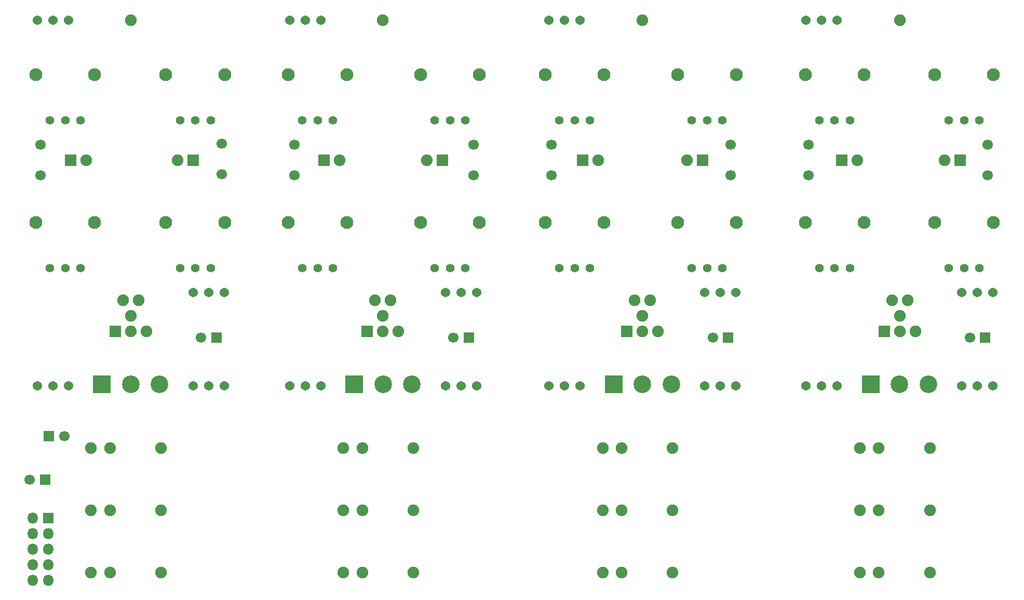
<source format=gts>
G04 #@! TF.GenerationSoftware,KiCad,Pcbnew,(5.1.6-0-10_14)*
G04 #@! TF.CreationDate,2022-01-28T11:34:31+00:00*
G04 #@! TF.ProjectId,Quad Tube VCA,51756164-2054-4756-9265-205643412e6b,rev?*
G04 #@! TF.SameCoordinates,Original*
G04 #@! TF.FileFunction,Soldermask,Top*
G04 #@! TF.FilePolarity,Negative*
%FSLAX46Y46*%
G04 Gerber Fmt 4.6, Leading zero omitted, Abs format (unit mm)*
G04 Created by KiCad (PCBNEW (5.1.6-0-10_14)) date 2022-01-28 11:34:31*
%MOMM*%
%LPD*%
G01*
G04 APERTURE LIST*
%ADD10C,2.875000*%
%ADD11R,2.875000X2.875000*%
%ADD12C,1.700000*%
%ADD13R,1.700000X1.700000*%
%ADD14C,1.900000*%
%ADD15R,1.900000X1.900000*%
%ADD16C,2.100000*%
%ADD17C,1.400000*%
%ADD18C,1.540000*%
%ADD19O,1.800000X1.800000*%
%ADD20R,1.800000X1.800000*%
G04 APERTURE END LIST*
D10*
X89790000Y-107702500D03*
X85090000Y-107702500D03*
D11*
X80390000Y-107702500D03*
D10*
X130938000Y-107702500D03*
X126238000Y-107702500D03*
D11*
X121538000Y-107702500D03*
D10*
X173229000Y-107702500D03*
X168529000Y-107702500D03*
D11*
X163829000Y-107702500D03*
D10*
X215139000Y-107702500D03*
X210439000Y-107702500D03*
D11*
X205739000Y-107702500D03*
D12*
X221909000Y-100076000D03*
D13*
X224409000Y-100076000D03*
D12*
X179999000Y-100076000D03*
D13*
X182499000Y-100076000D03*
D12*
X137708000Y-100076000D03*
D13*
X140208000Y-100076000D03*
D12*
X96560000Y-100076000D03*
D13*
X99060000Y-100076000D03*
D12*
X68620000Y-123317000D03*
D13*
X71120000Y-123317000D03*
D12*
X74255000Y-116205000D03*
D13*
X71755000Y-116205000D03*
D14*
X126153333Y-48260000D03*
X126153333Y-96520000D03*
X124883333Y-93980000D03*
X127423333Y-93980000D03*
X128693333Y-99060000D03*
X126153333Y-99060000D03*
D15*
X123613333Y-99060000D03*
D14*
X85090000Y-48260000D03*
X85090000Y-96520000D03*
X83820000Y-93980000D03*
X86360000Y-93980000D03*
X87630000Y-99060000D03*
X85090000Y-99060000D03*
D15*
X82550000Y-99060000D03*
D14*
X210550000Y-48260000D03*
X210550000Y-96520000D03*
X209280000Y-93980000D03*
X211820000Y-93980000D03*
X213090000Y-99060000D03*
X210550000Y-99060000D03*
D15*
X208010000Y-99060000D03*
D14*
X168486666Y-48260000D03*
X168486666Y-96520000D03*
X167216666Y-93980000D03*
X169756666Y-93980000D03*
X171026666Y-99060000D03*
X168486666Y-99060000D03*
D15*
X165946666Y-99060000D03*
D16*
X204680000Y-57150000D03*
X195080000Y-57150000D03*
D17*
X202380000Y-64650000D03*
X199880000Y-64650000D03*
X197380000Y-64650000D03*
D16*
X162280000Y-57150000D03*
X152680000Y-57150000D03*
D17*
X159980000Y-64650000D03*
X157480000Y-64650000D03*
X154980000Y-64650000D03*
D16*
X120370000Y-57150000D03*
X110770000Y-57150000D03*
D17*
X118070000Y-64650000D03*
X115570000Y-64650000D03*
X113070000Y-64650000D03*
D16*
X79222000Y-57150000D03*
X69622000Y-57150000D03*
D17*
X76922000Y-64650000D03*
X74422000Y-64650000D03*
X71922000Y-64650000D03*
D16*
X204680000Y-81280000D03*
X195080000Y-81280000D03*
D17*
X202380000Y-88780000D03*
X199880000Y-88780000D03*
X197380000Y-88780000D03*
D16*
X162280000Y-81280000D03*
X152680000Y-81280000D03*
D17*
X159980000Y-88780000D03*
X157480000Y-88780000D03*
X154980000Y-88780000D03*
D16*
X120370000Y-81280000D03*
X110770000Y-81280000D03*
D17*
X118070000Y-88780000D03*
X115570000Y-88780000D03*
X113070000Y-88780000D03*
D16*
X79222000Y-81280000D03*
X69622000Y-81280000D03*
D17*
X76922000Y-88780000D03*
X74422000Y-88780000D03*
X71922000Y-88780000D03*
D16*
X225780000Y-57150000D03*
X216180000Y-57150000D03*
D17*
X223480000Y-64650000D03*
X220980000Y-64650000D03*
X218480000Y-64650000D03*
D16*
X183870000Y-57150000D03*
X174270000Y-57150000D03*
D17*
X181570000Y-64650000D03*
X179070000Y-64650000D03*
X176570000Y-64650000D03*
D16*
X141960000Y-57150000D03*
X132360000Y-57150000D03*
D17*
X139660000Y-64650000D03*
X137160000Y-64650000D03*
X134660000Y-64650000D03*
D16*
X100431000Y-57150000D03*
X90831000Y-57150000D03*
D17*
X98131000Y-64650000D03*
X95631000Y-64650000D03*
X93131000Y-64650000D03*
D16*
X225780000Y-81280000D03*
X216180000Y-81280000D03*
D17*
X223480000Y-88780000D03*
X220980000Y-88780000D03*
X218480000Y-88780000D03*
D16*
X183870000Y-81280000D03*
X174270000Y-81280000D03*
D17*
X181570000Y-88780000D03*
X179070000Y-88780000D03*
X176570000Y-88780000D03*
D16*
X141960000Y-81280000D03*
X132360000Y-81280000D03*
D17*
X139660000Y-88780000D03*
X137160000Y-88780000D03*
X134660000Y-88780000D03*
D16*
X100431000Y-81280000D03*
X90831000Y-81280000D03*
D17*
X98131000Y-88780000D03*
X95631000Y-88780000D03*
X93131000Y-88780000D03*
D14*
X215389000Y-138430000D03*
X203989000Y-138430000D03*
X207089000Y-138430000D03*
X173449000Y-138430000D03*
X162049000Y-138430000D03*
X165149000Y-138430000D03*
X131158000Y-138430000D03*
X119758000Y-138430000D03*
X122858000Y-138430000D03*
X90010000Y-138430000D03*
X78610000Y-138430000D03*
X81710000Y-138430000D03*
X215389000Y-118110000D03*
X203989000Y-118110000D03*
X207089000Y-118110000D03*
X173449000Y-118110000D03*
X162049000Y-118110000D03*
X165149000Y-118110000D03*
X131158000Y-118110000D03*
X119758000Y-118110000D03*
X122858000Y-118110000D03*
X90010000Y-118110000D03*
X78610000Y-118110000D03*
X81710000Y-118110000D03*
X215389000Y-128270000D03*
X203989000Y-128270000D03*
X207089000Y-128270000D03*
X173449000Y-128270000D03*
X162049000Y-128270000D03*
X165149000Y-128270000D03*
X131158000Y-128270000D03*
X119758000Y-128270000D03*
X122858000Y-128270000D03*
X90010000Y-128270000D03*
X78610000Y-128270000D03*
X81710000Y-128270000D03*
D18*
X195199000Y-48260000D03*
X197739000Y-48260000D03*
X200279000Y-48260000D03*
X153289000Y-48260000D03*
X155829000Y-48260000D03*
X158369000Y-48260000D03*
X110998000Y-48260000D03*
X113538000Y-48260000D03*
X116078000Y-48260000D03*
X69850000Y-48260000D03*
X72390000Y-48260000D03*
X74930000Y-48260000D03*
X220599000Y-107950000D03*
X223139000Y-107950000D03*
X225679000Y-107950000D03*
X178689000Y-107950000D03*
X181229000Y-107950000D03*
X183769000Y-107950000D03*
X136398000Y-107950000D03*
X138938000Y-107950000D03*
X141478000Y-107950000D03*
X95250000Y-107950000D03*
X97790000Y-107950000D03*
X100330000Y-107950000D03*
X220599000Y-92710000D03*
X223139000Y-92710000D03*
X225679000Y-92710000D03*
X178689000Y-92710000D03*
X181229000Y-92710000D03*
X183769000Y-92710000D03*
X136398000Y-92710000D03*
X138938000Y-92710000D03*
X141478000Y-92710000D03*
X95250000Y-92710000D03*
X97790000Y-92710000D03*
X100330000Y-92710000D03*
X195199000Y-107950000D03*
X197739000Y-107950000D03*
X200279000Y-107950000D03*
X153289000Y-107950000D03*
X155829000Y-107950000D03*
X158369000Y-107950000D03*
X110998000Y-107950000D03*
X113538000Y-107950000D03*
X116078000Y-107950000D03*
X69850000Y-107950000D03*
X72390000Y-107950000D03*
X74930000Y-107950000D03*
D19*
X69088000Y-139700000D03*
X71628000Y-139700000D03*
X69088000Y-137160000D03*
X71628000Y-137160000D03*
X69088000Y-134620000D03*
X71628000Y-134620000D03*
X69088000Y-132080000D03*
X71628000Y-132080000D03*
X69088000Y-129540000D03*
D20*
X71628000Y-129540000D03*
D14*
X217805000Y-71120000D03*
D15*
X220345000Y-71120000D03*
D14*
X203536000Y-71120000D03*
D15*
X200996000Y-71120000D03*
D14*
X175768000Y-71120000D03*
D15*
X178308000Y-71120000D03*
D14*
X161290000Y-71120000D03*
D15*
X158750000Y-71120000D03*
D14*
X133350000Y-71120000D03*
D15*
X135890000Y-71120000D03*
D14*
X119126000Y-71120000D03*
D15*
X116586000Y-71120000D03*
D14*
X92710000Y-71120000D03*
D15*
X95250000Y-71120000D03*
D14*
X77851000Y-71120000D03*
D15*
X75311000Y-71120000D03*
D12*
X224790000Y-73580000D03*
X224790000Y-68580000D03*
X195580000Y-73580000D03*
X195580000Y-68580000D03*
X182880000Y-73580000D03*
X182880000Y-68580000D03*
X153670000Y-73580000D03*
X153670000Y-68580000D03*
X140970000Y-73580000D03*
X140970000Y-68580000D03*
X111760000Y-73580000D03*
X111760000Y-68580000D03*
X99949000Y-73453000D03*
X99949000Y-68453000D03*
X70358000Y-73580000D03*
X70358000Y-68580000D03*
M02*

</source>
